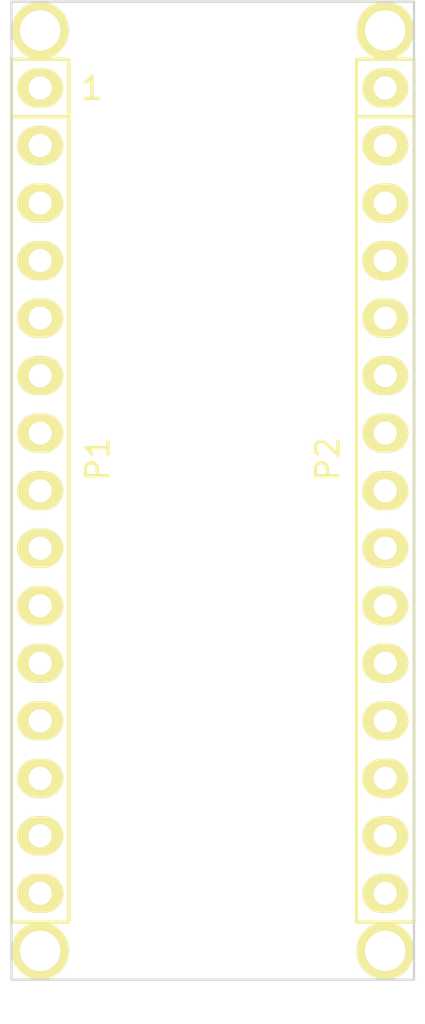
<source format=kicad_pcb>
(kicad_pcb (version 20221018) (generator pcbnew)
  (title_block (date "jeu. 02 avril 2015"))
  (layers (0 "F.Cu" signal) (31 "B.Cu" signal) (34 "B.Paste" user) (35 "F.Paste" user) (36 "B.SilkS" user "B.Silkscreen") (37 "F.SilkS" user "F.Silkscreen") (38 "B.Mask" user) (39 "F.Mask" user) (44 "Edge.Cuts" user))
  (net 0 "")
  (net 1 "/1(Tx)")
  (net 2 "/0(Rx)")
  (net 3 "/Reset")
  (net 4 "GND")
  (net 5 "/2")
  (net 6 "/3(**)")
  (net 7 "/4")
  (net 8 "/5(**)")
  (net 9 "/6(**)")
  (net 10 "/7")
  (net 11 "/8")
  (net 12 "/9(**)")
  (net 13 "/10(**/SS)")
  (net 14 "/11(**/MISO)")
  (net 15 "/12(MOSI)")
  (net 16 "/Vin")
  (net 17 "+5V")
  (net 18 "/A7")
  (net 19 "/A6")
  (net 20 "/A5")
  (net 21 "/A4")
  (net 22 "/A3")
  (net 23 "/A2")
  (net 24 "/A1")
  (net 25 "/A0")
  (net 26 "/AREF")
  (net 27 "/13(SCK)")
  (net 28 "Net-(P3-Pad1)")
  (net 29 "Net-(P4-Pad1)")
  (net 30 "Net-(P5-Pad1)")
  (net 31 "Net-(P6-Pad1)")
  (net 32 "+3V3")
  (footprint "Socket_Arduino_Nano:Socket_Strip_Arduino_1x15" (layer "F.Cu") (at 139.446 71.247 -90)
    (fp_text reference "P1" (at 16.383 -2.54 270) (layer "F.SilkS"))
    (fp_text value "Digital")
    (fp_line (start -1.27 -1.27) (end -1.27 1.27) (stroke (width 0.15)) (layer "F.SilkS"))
    (fp_line (start -1.27 1.27) (end 1.27 1.27) (stroke (width 0.15)) (layer "F.SilkS"))
    (fp_line (start 1.27 -1.27) (end -1.27 -1.27) (stroke (width 0.15)) (layer "F.SilkS"))
    (fp_line (start 1.27 -1.27) (end 36.83 -1.27) (stroke (width 0.15)) (layer "F.SilkS"))
    (fp_line (start 1.27 1.27) (end 1.27 -1.27) (stroke (width 0.15)) (layer "F.SilkS"))
    (fp_line (start 36.83 -1.27) (end 36.83 1.27) (stroke (width 0.15)) (layer "F.SilkS"))
    (fp_line (start 36.83 1.27) (end 1.27 1.27) (stroke (width 0.15)) (layer "F.SilkS"))
    (pad "1" thru_hole oval locked (at 0 0 270) (size 1.7272 2.032) (drill 1.016) (layers "*.Cu" "*.Mask" "F.SilkS") (net 1 "/1(Tx)"))
    (pad "2" thru_hole oval locked (at 2.54 0 270) (size 1.7272 2.032) (drill 1.016) (layers "*.Cu" "*.Mask" "F.SilkS") (net 2 "/0(Rx)"))
    (pad "3" thru_hole oval locked (at 5.08 0 270) (size 1.7272 2.032) (drill 1.016) (layers "*.Cu" "*.Mask" "F.SilkS") (net 3 "/Reset"))
    (pad "4" thru_hole oval locked (at 7.62 0 270) (size 1.7272 2.032) (drill 1.016) (layers "*.Cu" "*.Mask" "F.SilkS") (net 4 "GND"))
    (pad "5" thru_hole oval locked (at 10.16 0 270) (size 1.7272 2.032) (drill 1.016) (layers "*.Cu" "*.Mask" "F.SilkS") (net 5 "/2"))
    (pad "6" thru_hole oval locked (at 12.7 0 270) (size 1.7272 2.032) (drill 1.016) (layers "*.Cu" "*.Mask" "F.SilkS") (net 6 "/3(**)"))
    (pad "7" thru_hole oval locked (at 15.24 0 270) (size 1.7272 2.032) (drill 1.016) (layers "*.Cu" "*.Mask" "F.SilkS") (net 7 "/4"))
    (pad "8" thru_hole oval locked (at 17.78 0 270) (size 1.7272 2.032) (drill 1.016) (layers "*.Cu" "*.Mask" "F.SilkS") (net 8 "/5(**)"))
    (pad "9" thru_hole oval locked (at 20.32 0 270) (size 1.7272 2.032) (drill 1.016) (layers "*.Cu" "*.Mask" "F.SilkS") (net 9 "/6(**)"))
    (pad "10" thru_hole oval locked (at 22.86 0 270) (size 1.7272 2.032) (drill 1.016) (layers "*.Cu" "*.Mask" "F.SilkS") (net 10 "/7"))
    (pad "11" thru_hole oval locked (at 25.4 0 270) (size 1.7272 2.032) (drill 1.016) (layers "*.Cu" "*.Mask" "F.SilkS") (net 11 "/8"))
    (pad "12" thru_hole oval locked (at 27.94 0 270) (size 1.7272 2.032) (drill 1.016) (layers "*.Cu" "*.Mask" "F.SilkS") (net 12 "/9(**)"))
    (pad "13" thru_hole oval locked (at 30.48 0 270) (size 1.7272 2.032) (drill 1.016) (layers "*.Cu" "*.Mask" "F.SilkS") (net 13 "/10(**/SS)"))
    (pad "14" thru_hole oval locked (at 33.02 0 270) (size 1.7272 2.032) (drill 1.016) (layers "*.Cu" "*.Mask" "F.SilkS") (net 14 "/11(**/MISO)"))
    (pad "15" thru_hole oval locked (at 35.56 0 270) (size 1.7272 2.032) (drill 1.016) (layers "*.Cu" "*.Mask" "F.SilkS") (net 15 "/12(MOSI)"))
  )
  (footprint "Socket_Arduino_Nano:Socket_Strip_Arduino_1x15" (layer "F.Cu") (at 154.686 71.247 -90)
    (fp_text reference "P2" (at 16.383 2.54 270) (layer "F.SilkS"))
    (fp_text value "Analog")
    (fp_line (start -1.27 -1.27) (end -1.27 1.27) (stroke (width 0.15)) (layer "F.SilkS"))
    (fp_line (start -1.27 1.27) (end 1.27 1.27) (stroke (width 0.15)) (layer "F.SilkS"))
    (fp_line (start 1.27 -1.27) (end -1.27 -1.27) (stroke (width 0.15)) (layer "F.SilkS"))
    (fp_line (start 1.27 -1.27) (end 36.83 -1.27) (stroke (width 0.15)) (layer "F.SilkS"))
    (fp_line (start 1.27 1.27) (end 1.27 -1.27) (stroke (width 0.15)) (layer "F.SilkS"))
    (fp_line (start 36.83 -1.27) (end 36.83 1.27) (stroke (width 0.15)) (layer "F.SilkS"))
    (fp_line (start 36.83 1.27) (end 1.27 1.27) (stroke (width 0.15)) (layer "F.SilkS"))
    (pad "1" thru_hole oval locked (at 0 0 270) (size 1.7272 2.032) (drill 1.016) (layers "*.Cu" "*.Mask" "F.SilkS") (net 16 "/Vin"))
    (pad "2" thru_hole oval locked (at 2.54 0 270) (size 1.7272 2.032) (drill 1.016) (layers "*.Cu" "*.Mask" "F.SilkS") (net 4 "GND"))
    (pad "3" thru_hole oval locked (at 5.08 0 270) (size 1.7272 2.032) (drill 1.016) (layers "*.Cu" "*.Mask" "F.SilkS") (net 3 "/Reset"))
    (pad "4" thru_hole oval locked (at 7.62 0 270) (size 1.7272 2.032) (drill 1.016) (layers "*.Cu" "*.Mask" "F.SilkS") (net 17 "+5V"))
    (pad "5" thru_hole oval locked (at 10.16 0 270) (size 1.7272 2.032) (drill 1.016) (layers "*.Cu" "*.Mask" "F.SilkS") (net 18 "/A7"))
    (pad "6" thru_hole oval locked (at 12.7 0 270) (size 1.7272 2.032) (drill 1.016) (layers "*.Cu" "*.Mask" "F.SilkS") (net 19 "/A6"))
    (pad "7" thru_hole oval locked (at 15.24 0 270) (size 1.7272 2.032) (drill 1.016) (layers "*.Cu" "*.Mask" "F.SilkS") (net 20 "/A5"))
    (pad "8" thru_hole oval locked (at 17.78 0 270) (size 1.7272 2.032) (drill 1.016) (layers "*.Cu" "*.Mask" "F.SilkS") (net 21 "/A4"))
    (pad "9" thru_hole oval locked (at 20.32 0 270) (size 1.7272 2.032) (drill 1.016) (layers "*.Cu" "*.Mask" "F.SilkS") (net 22 "/A3"))
    (pad "10" thru_hole oval locked (at 22.86 0 270) (size 1.7272 2.032) (drill 1.016) (layers "*.Cu" "*.Mask" "F.SilkS") (net 23 "/A2"))
    (pad "11" thru_hole oval locked (at 25.4 0 270) (size 1.7272 2.032) (drill 1.016) (layers "*.Cu" "*.Mask" "F.SilkS") (net 24 "/A1"))
    (pad "12" thru_hole oval locked (at 27.94 0 270) (size 1.7272 2.032) (drill 1.016) (layers "*.Cu" "*.Mask" "F.SilkS") (net 25 "/A0"))
    (pad "13" thru_hole oval locked (at 30.48 0 270) (size 1.7272 2.032) (drill 1.016) (layers "*.Cu" "*.Mask" "F.SilkS") (net 26 "/AREF"))
    (pad "14" thru_hole oval locked (at 33.02 0 270) (size 1.7272 2.032) (drill 1.016) (layers "*.Cu" "*.Mask" "F.SilkS") (net 32 "+3V3"))
    (pad "15" thru_hole oval locked (at 35.56 0 270) (size 1.7272 2.032) (drill 1.016) (layers "*.Cu" "*.Mask" "F.SilkS") (net 27 "/13(SCK)"))
  )
  (footprint "Socket_Arduino_Nano:1pin_Nano" (layer "F.Cu") (at 139.446 68.707)
    (fp_text reference "P3" hide)
    (fp_text value "CONN_01X01" hide)
    (pad "1" thru_hole circle locked (at 0 0) (size 2.54 2.54) (drill 1.778) (layers "*.Cu" "*.Mask" "F.SilkS") (net 28 "Net-(P3-Pad1)"))
  )
  (footprint "Socket_Arduino_Nano:1pin_Nano" (layer "F.Cu") (at 139.446 109.347)
    (fp_text reference "P4" hide)
    (fp_text value "CONN_01X01" hide)
    (pad "1" thru_hole circle locked (at 0 0) (size 2.54 2.54) (drill 1.778) (layers "*.Cu" "*.Mask" "F.SilkS") (net 29 "Net-(P4-Pad1)"))
  )
  (footprint "Socket_Arduino_Nano:1pin_Nano" (layer "F.Cu") (at 154.686 109.347)
    (fp_text reference "P5" hide)
    (fp_text value "CONN_01X01" hide)
    (pad "1" thru_hole circle locked (at 0 0) (size 2.54 2.54) (drill 1.778) (layers "*.Cu" "*.Mask" "F.SilkS") (net 30 "Net-(P5-Pad1)"))
  )
  (footprint "Socket_Arduino_Nano:1pin_Nano" (layer "F.Cu") (at 154.686 68.707)
    (fp_text reference "P6" hide)
    (fp_text value "CONN_01X01" hide)
    (pad "1" thru_hole circle locked (at 0 0) (size 2.54 2.54) (drill 1.778) (layers "*.Cu" "*.Mask" "F.SilkS") (net 31 "Net-(P6-Pad1)"))
  )
  (gr_line (start 155.956 110.617) (end 155.956 67.437) (stroke (width 0.1)) (layer "Edge.Cuts"))
  (gr_line (start 138.176 110.617) (end 155.956 110.617) (stroke (width 0.1)) (layer "Edge.Cuts"))
  (gr_line (start 138.176 67.437) (end 138.176 110.617) (stroke (width 0.1)) (layer "Edge.Cuts"))
  (gr_line (start 155.956 67.437) (end 138.176 67.437) (stroke (width 0.1)) (layer "Edge.Cuts"))
  (gr_text "1" (at 141.732 71.247) (layer "F.SilkS") (effects (font (size 1 1))))
)
</source>
